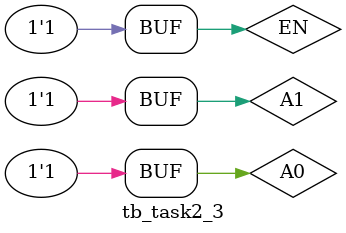
<source format=v>
`timescale 1ns / 1ps
`include "test\\task2_3.v"
module tb_task2_3;

    // task2_3 Parameters
    parameter PERIOD = 10;

    // task2_3 Inputs
    reg A0 = 0;
    reg A1 = 0;
    reg EN = 0;

    // task2_3 Outputs
    wire [3:0] Y;
    task2_3 u_task2_3 (
        .A0(A0),
        .A1(A1),
        .EN(EN),
        .Y(Y[3:0])
    );

    initial begin
        A0 = 0; A1 = 0; EN = 0;
        #PERIOD;
        A0 = 0; A1 = 0; EN = 1;
        #PERIOD;
        A0 = 0; A1 = 1; EN = 0;
        #PERIOD;
        A0 = 0; A1 = 1; EN = 1;
        #PERIOD;
        A0 = 1; A1 = 0; EN = 0;
        #PERIOD;
        A0 = 1; A1 = 0; EN = 1;
        #PERIOD;
        A0 = 1; A1 = 1; EN = 0;
        #PERIOD;
        A0 = 1; A1 = 1; EN = 1;
        #PERIOD;
    end

endmodule
</source>
